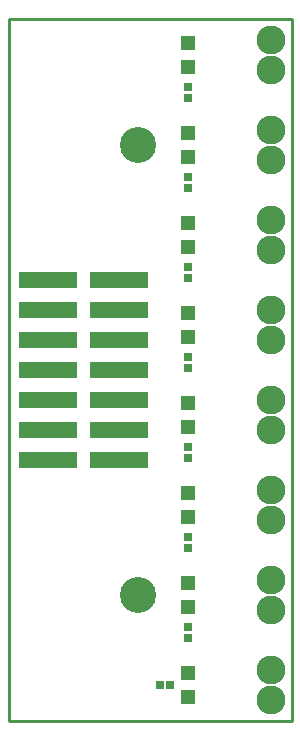
<source format=gts>
G04 #@! TF.FileFunction,Soldermask,Top*
%FSLAX46Y46*%
G04 Gerber Fmt 4.6, Leading zero omitted, Abs format (unit mm)*
G04 Created by KiCad (PCBNEW 0.201505120158+5650~23~ubuntu14.04.1-product) date Thu 14 May 2015 12:47:03 PM EDT*
%MOMM*%
G01*
G04 APERTURE LIST*
%ADD10C,0.100000*%
%ADD11C,0.228600*%
%ADD12C,2.438400*%
%ADD13R,4.895800X1.416000*%
%ADD14C,3.048000*%
%ADD15R,0.721360X0.721360*%
%ADD16R,1.295400X1.295400*%
G04 APERTURE END LIST*
D10*
D11*
X25400000Y-84836000D02*
X49364900Y-84836000D01*
X49364900Y-25400000D02*
X49364900Y-84836000D01*
X25400000Y-25400000D02*
X25400000Y-84836000D01*
X25400000Y-25400000D02*
X49364900Y-25400000D01*
D12*
X47586900Y-27178000D03*
X47586900Y-29718000D03*
X47586900Y-34798000D03*
X47586900Y-37338000D03*
X47586900Y-42418000D03*
X47586900Y-44958000D03*
X47586900Y-50038000D03*
X47586900Y-52578000D03*
X47586900Y-57658000D03*
X47586900Y-60198000D03*
X47586900Y-65278000D03*
X47586900Y-67818000D03*
X47586900Y-72898000D03*
X47586900Y-75438000D03*
X47586900Y-80518000D03*
X47586900Y-83058000D03*
D13*
X34747200Y-47498000D03*
X28752800Y-47498000D03*
X34747200Y-62738000D03*
X28752800Y-62738000D03*
X28752800Y-50038000D03*
X34747200Y-50038000D03*
X28752800Y-52578000D03*
X34747200Y-52578000D03*
X28752800Y-55118000D03*
X34747200Y-55118000D03*
X28752800Y-57658000D03*
X34747200Y-57658000D03*
X28752800Y-60198000D03*
X34747200Y-60198000D03*
D14*
X36334700Y-74168000D03*
X36334700Y-36068000D03*
D15*
X40557400Y-32072580D03*
X40557400Y-31173420D03*
X40557400Y-39692580D03*
X40557400Y-38793420D03*
X40557400Y-47312580D03*
X40557400Y-46413420D03*
X40557400Y-54932580D03*
X40557400Y-54033420D03*
X40557400Y-62552580D03*
X40557400Y-61653420D03*
X40557400Y-70172580D03*
X40557400Y-69273420D03*
X40557400Y-77792580D03*
X40557400Y-76893420D03*
X38202820Y-81788000D03*
X39101980Y-81788000D03*
D16*
X40557400Y-29502100D03*
X40557400Y-27393900D03*
X40557400Y-37122100D03*
X40557400Y-35013900D03*
X40557400Y-44742100D03*
X40557400Y-42633900D03*
X40557400Y-52362100D03*
X40557400Y-50253900D03*
X40557400Y-59982100D03*
X40557400Y-57873900D03*
X40557400Y-67602100D03*
X40557400Y-65493900D03*
X40557400Y-75222100D03*
X40557400Y-73113900D03*
X40557400Y-82842100D03*
X40557400Y-80733900D03*
M02*

</source>
